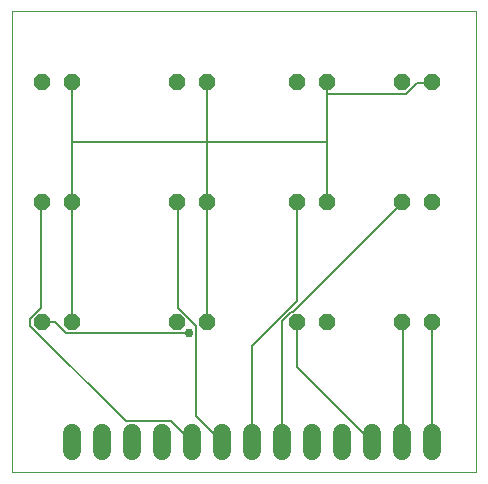
<source format=gtl>
G75*
%MOIN*%
%OFA0B0*%
%FSLAX25Y25*%
%IPPOS*%
%LPD*%
%AMOC8*
5,1,8,0,0,1.08239X$1,22.5*
%
%ADD10C,0.00000*%
%ADD11C,0.06000*%
%ADD12OC8,0.05200*%
%ADD13C,0.00600*%
%ADD14C,0.02978*%
D10*
X0001000Y0001000D02*
X0001000Y0154701D01*
X0155921Y0154701D01*
X0155921Y0001000D01*
X0001000Y0001000D01*
D11*
X0021000Y0008000D02*
X0021000Y0014000D01*
X0031000Y0014000D02*
X0031000Y0008000D01*
X0041000Y0008000D02*
X0041000Y0014000D01*
X0051000Y0014000D02*
X0051000Y0008000D01*
X0061000Y0008000D02*
X0061000Y0014000D01*
X0071000Y0014000D02*
X0071000Y0008000D01*
X0081000Y0008000D02*
X0081000Y0014000D01*
X0091000Y0014000D02*
X0091000Y0008000D01*
X0101000Y0008000D02*
X0101000Y0014000D01*
X0111000Y0014000D02*
X0111000Y0008000D01*
X0121000Y0008000D02*
X0121000Y0014000D01*
X0131000Y0014000D02*
X0131000Y0008000D01*
X0141000Y0008000D02*
X0141000Y0014000D01*
D12*
X0141000Y0051000D03*
X0131000Y0051000D03*
X0106000Y0051000D03*
X0096000Y0051000D03*
X0066000Y0051000D03*
X0056000Y0051000D03*
X0021000Y0051000D03*
X0011000Y0051000D03*
X0011000Y0091000D03*
X0021000Y0091000D03*
X0056000Y0091000D03*
X0066000Y0091000D03*
X0096000Y0091000D03*
X0106000Y0091000D03*
X0131000Y0091000D03*
X0141000Y0091000D03*
X0141000Y0131000D03*
X0131000Y0131000D03*
X0106000Y0131000D03*
X0096000Y0131000D03*
X0066000Y0131000D03*
X0056000Y0131000D03*
X0021000Y0131000D03*
X0011000Y0131000D03*
D13*
X0021000Y0131000D02*
X0021000Y0111000D01*
X0066000Y0111000D01*
X0106200Y0111000D01*
X0106200Y0127200D01*
X0132600Y0127200D01*
X0136200Y0130800D01*
X0141000Y0130800D01*
X0141000Y0131000D01*
X0106200Y0130800D02*
X0106200Y0127200D01*
X0106200Y0130800D02*
X0106000Y0131000D01*
X0106200Y0111000D02*
X0106200Y0091200D01*
X0106000Y0091000D01*
X0096000Y0091000D02*
X0096000Y0058200D01*
X0081000Y0043200D01*
X0081000Y0011000D01*
X0071000Y0011000D02*
X0070800Y0011400D01*
X0062400Y0019800D01*
X0062400Y0049800D01*
X0056400Y0055800D01*
X0056400Y0090600D01*
X0056000Y0091000D01*
X0066000Y0091000D02*
X0066000Y0111000D01*
X0066000Y0131000D01*
X0066000Y0091000D02*
X0066000Y0051000D01*
X0060000Y0047400D02*
X0019200Y0047400D01*
X0015600Y0051000D01*
X0011000Y0051000D01*
X0007200Y0052200D02*
X0010800Y0055800D01*
X0010800Y0090600D01*
X0011000Y0091000D01*
X0021000Y0091000D02*
X0021000Y0111000D01*
X0021000Y0091000D02*
X0021000Y0051000D01*
X0007200Y0049800D02*
X0039000Y0018000D01*
X0054000Y0018000D01*
X0061000Y0011000D01*
X0091000Y0011000D02*
X0091200Y0011400D01*
X0091200Y0051600D01*
X0094200Y0054600D01*
X0094800Y0054600D01*
X0130800Y0090600D01*
X0131000Y0091000D01*
X0131000Y0051000D02*
X0131400Y0051000D01*
X0131400Y0011400D01*
X0131000Y0011000D01*
X0121000Y0011000D02*
X0096000Y0036000D01*
X0096000Y0051000D01*
X0141000Y0051000D02*
X0141000Y0011000D01*
X0007200Y0049800D02*
X0007200Y0052200D01*
D14*
X0060000Y0047400D03*
M02*

</source>
